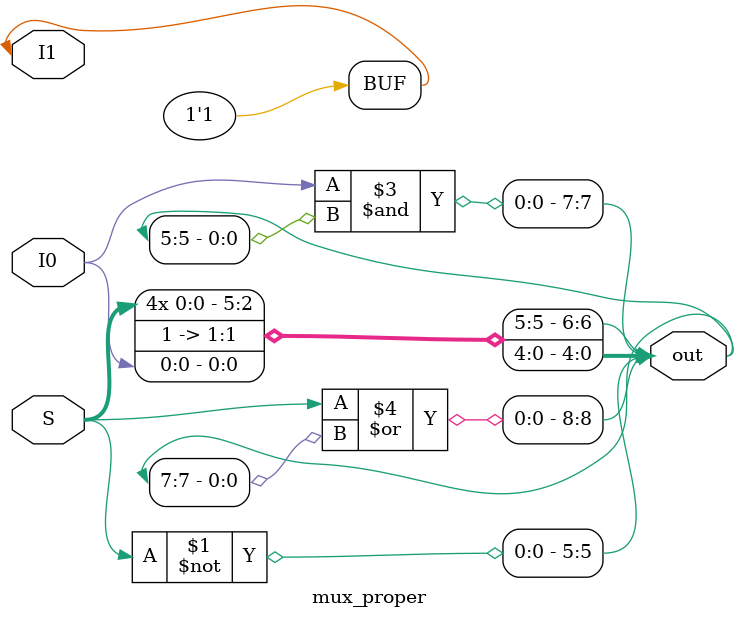
<source format=v>
`timescale 1ns / 1ps
module mux_proper(S,I0,I1,out);
	input S, I0, I1;
	output [8:0] out;
	assign I1 = 1;
	assign out[0] = I0;
	assign out[1] = I1;
	assign out[2] = S;
	assign out[3] = S;
	assign out[4] = S;
	assign out[5] = ~out[4];
	assign out[6] = out[1] & out[3];
	assign out[7] = out[0] & out[5];
	assign out[8] = out[6] | out[7];

endmodule

</source>
